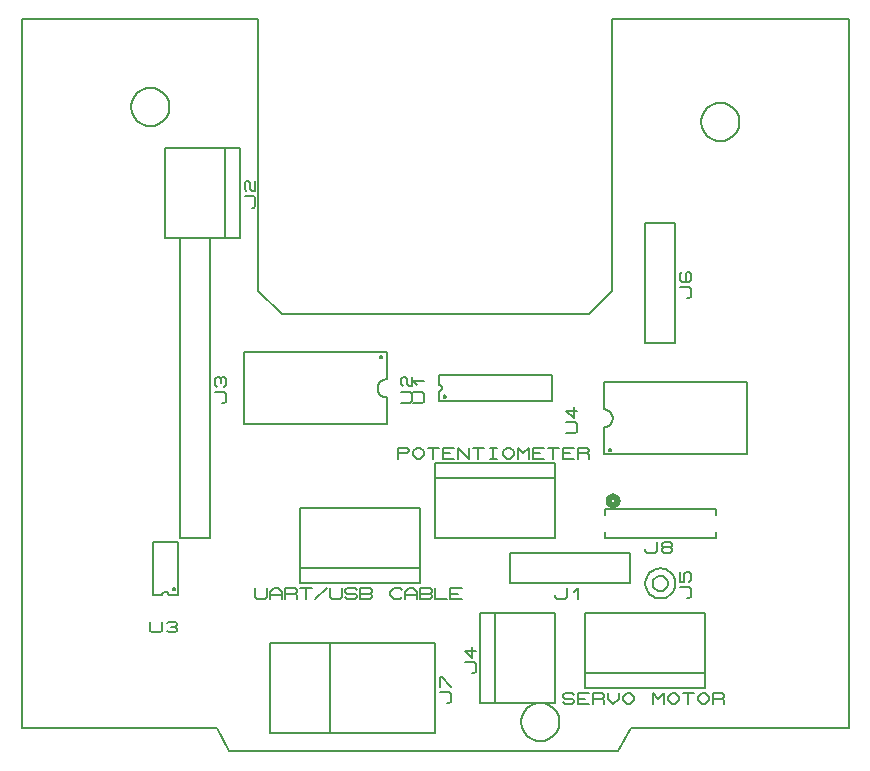
<source format=gbr>
G04 PROTEUS GERBER X2 FILE*
%TF.GenerationSoftware,Labcenter,Proteus,8.12-SP2-Build31155*%
%TF.CreationDate,2024-12-02T21:26:45+00:00*%
%TF.FileFunction,Legend,Top*%
%TF.FilePolarity,Positive*%
%TF.Part,Single*%
%TF.SameCoordinates,{72233389-6efe-41d5-b27f-3128bedcde57}*%
%FSLAX45Y45*%
%MOMM*%
G01*
%TA.AperFunction,Profile*%
%ADD71C,0.203200*%
%TA.AperFunction,Material*%
%ADD23C,0.203200*%
%ADD24C,0.508000*%
%ADD25C,0.152400*%
%TD.AperFunction*%
D71*
X+0Y+0D02*
X+1650000Y+0D01*
X+7000000Y+0D02*
X+7000000Y+6000000D01*
X+5000000Y+6000000D01*
X+5000000Y+3700000D01*
X+4800000Y+3500000D01*
X+2200000Y+3500000D01*
X+2000000Y+3700000D02*
X+2000000Y+6000000D01*
X+0Y+6000000D01*
X+0Y+0D01*
X+2000000Y+3700000D02*
X+2200000Y+3500000D01*
X+5160000Y+0D02*
X+7000000Y+0D01*
X+1750000Y-200000D02*
X+5050000Y-200000D01*
X+1650000Y+0D02*
X+1750000Y-200000D01*
X+5160000Y+0D02*
X+5050000Y-200000D01*
X+4550045Y+50000D02*
X+4549508Y+63142D01*
X+4545144Y+89427D01*
X+4536029Y+115712D01*
X+4521182Y+141997D01*
X+4498470Y+168118D01*
X+4472185Y+187898D01*
X+4445900Y+200658D01*
X+4419615Y+208108D01*
X+4393330Y+210987D01*
X+4389000Y+211045D01*
X+4227955Y+50000D02*
X+4228492Y+63142D01*
X+4232856Y+89427D01*
X+4241971Y+115712D01*
X+4256818Y+141997D01*
X+4279530Y+168118D01*
X+4305815Y+187898D01*
X+4332100Y+200658D01*
X+4358385Y+208108D01*
X+4384670Y+210987D01*
X+4389000Y+211045D01*
X+4227955Y+50000D02*
X+4228492Y+36858D01*
X+4232856Y+10573D01*
X+4241971Y-15712D01*
X+4256818Y-41997D01*
X+4279530Y-68118D01*
X+4305815Y-87898D01*
X+4332100Y-100658D01*
X+4358385Y-108108D01*
X+4384670Y-110987D01*
X+4389000Y-111045D01*
X+4550045Y+50000D02*
X+4549508Y+36858D01*
X+4545144Y+10573D01*
X+4536029Y-15712D01*
X+4521182Y-41997D01*
X+4498470Y-68118D01*
X+4472185Y-87898D01*
X+4445900Y-100658D01*
X+4419615Y-108108D01*
X+4393330Y-110987D01*
X+4389000Y-111045D01*
X+6074045Y+5130000D02*
X+6073508Y+5143142D01*
X+6069144Y+5169427D01*
X+6060029Y+5195712D01*
X+6045182Y+5221997D01*
X+6022470Y+5248118D01*
X+5996185Y+5267898D01*
X+5969900Y+5280658D01*
X+5943615Y+5288108D01*
X+5917330Y+5290987D01*
X+5913000Y+5291045D01*
X+5751955Y+5130000D02*
X+5752492Y+5143142D01*
X+5756856Y+5169427D01*
X+5765971Y+5195712D01*
X+5780818Y+5221997D01*
X+5803530Y+5248118D01*
X+5829815Y+5267898D01*
X+5856100Y+5280658D01*
X+5882385Y+5288108D01*
X+5908670Y+5290987D01*
X+5913000Y+5291045D01*
X+5751955Y+5130000D02*
X+5752492Y+5116858D01*
X+5756856Y+5090573D01*
X+5765971Y+5064288D01*
X+5780818Y+5038003D01*
X+5803530Y+5011882D01*
X+5829815Y+4992102D01*
X+5856100Y+4979342D01*
X+5882385Y+4971892D01*
X+5908670Y+4969013D01*
X+5913000Y+4968955D01*
X+6074045Y+5130000D02*
X+6073508Y+5116858D01*
X+6069144Y+5090573D01*
X+6060029Y+5064288D01*
X+6045182Y+5038003D01*
X+6022470Y+5011882D01*
X+5996185Y+4992102D01*
X+5969900Y+4979342D01*
X+5943615Y+4971892D01*
X+5917330Y+4969013D01*
X+5913000Y+4968955D01*
X+1248045Y+5257000D02*
X+1247508Y+5270142D01*
X+1243144Y+5296427D01*
X+1234029Y+5322712D01*
X+1219182Y+5348997D01*
X+1196470Y+5375118D01*
X+1170185Y+5394898D01*
X+1143900Y+5407658D01*
X+1117615Y+5415108D01*
X+1091330Y+5417987D01*
X+1087000Y+5418045D01*
X+925955Y+5257000D02*
X+926492Y+5270142D01*
X+930856Y+5296427D01*
X+939971Y+5322712D01*
X+954818Y+5348997D01*
X+977530Y+5375118D01*
X+1003815Y+5394898D01*
X+1030100Y+5407658D01*
X+1056385Y+5415108D01*
X+1082670Y+5417987D01*
X+1087000Y+5418045D01*
X+925955Y+5257000D02*
X+926492Y+5243858D01*
X+930856Y+5217573D01*
X+939971Y+5191288D01*
X+954818Y+5165003D01*
X+977530Y+5138882D01*
X+1003815Y+5119102D01*
X+1030100Y+5106342D01*
X+1056385Y+5098892D01*
X+1082670Y+5096013D01*
X+1087000Y+5095955D01*
X+1248045Y+5257000D02*
X+1247508Y+5243858D01*
X+1243144Y+5217573D01*
X+1234029Y+5191288D01*
X+1219182Y+5165003D01*
X+1196470Y+5138882D01*
X+1170185Y+5119102D01*
X+1143900Y+5106342D01*
X+1117615Y+5098892D01*
X+1091330Y+5096013D01*
X+1087000Y+5095955D01*
D23*
X+3088520Y+3177800D02*
X+3088520Y+2949200D01*
X+3058531Y+2943321D01*
X+3034346Y+2927173D01*
X+3018199Y+2902989D01*
X+3012320Y+2873000D01*
X+3088520Y+2796800D02*
X+3058531Y+2802679D01*
X+3034346Y+2818827D01*
X+3018199Y+2843011D01*
X+3012320Y+2873000D01*
X+3088520Y+2796800D02*
X+3088520Y+2568200D01*
X+1879480Y+3101600D02*
X+1879480Y+2644400D01*
X+3055500Y+3177800D02*
X+1912500Y+3177800D01*
X+3055500Y+2568200D02*
X+1912500Y+2568200D01*
X+3055500Y+3177800D02*
X+3088520Y+3177800D01*
X+3088520Y+2568200D02*
X+3055500Y+2568200D01*
X+1879480Y+2644400D02*
X+1879480Y+2568200D01*
X+1912500Y+2568200D01*
X+1912500Y+3177800D02*
X+1879480Y+3177800D01*
X+1879480Y+3101600D01*
X+3049404Y+3142240D02*
X+3049369Y+3143085D01*
X+3049082Y+3144776D01*
X+3048483Y+3146467D01*
X+3047503Y+3148158D01*
X+3046003Y+3149826D01*
X+3044312Y+3151046D01*
X+3042621Y+3151822D01*
X+3040930Y+3152259D01*
X+3039244Y+3152400D01*
X+3029084Y+3142240D02*
X+3029119Y+3143085D01*
X+3029406Y+3144776D01*
X+3030005Y+3146467D01*
X+3030985Y+3148158D01*
X+3032485Y+3149826D01*
X+3034176Y+3151046D01*
X+3035867Y+3151822D01*
X+3037558Y+3152259D01*
X+3039244Y+3152400D01*
X+3029084Y+3142240D02*
X+3029119Y+3141395D01*
X+3029406Y+3139704D01*
X+3030005Y+3138013D01*
X+3030985Y+3136322D01*
X+3032485Y+3134654D01*
X+3034176Y+3133434D01*
X+3035867Y+3132658D01*
X+3037558Y+3132221D01*
X+3039244Y+3132080D01*
X+3049404Y+3142240D02*
X+3049369Y+3141395D01*
X+3049082Y+3139704D01*
X+3048483Y+3138013D01*
X+3047503Y+3136322D01*
X+3046003Y+3134654D01*
X+3044312Y+3133434D01*
X+3042621Y+3132658D01*
X+3040930Y+3132221D01*
X+3039244Y+3132080D01*
X+3314580Y+2746000D02*
X+3390780Y+2746000D01*
X+3406020Y+2761875D01*
X+3406020Y+2825375D01*
X+3390780Y+2841250D01*
X+3314580Y+2841250D01*
X+3345060Y+2904750D02*
X+3314580Y+2936500D01*
X+3406020Y+2936500D01*
X+4927480Y+2314200D02*
X+4927480Y+2542800D01*
X+4957469Y+2548679D01*
X+4981654Y+2564827D01*
X+4997801Y+2589011D01*
X+5003680Y+2619000D01*
X+4927480Y+2695200D02*
X+4957469Y+2689321D01*
X+4981654Y+2673173D01*
X+4997801Y+2648989D01*
X+5003680Y+2619000D01*
X+4927480Y+2695200D02*
X+4927480Y+2923800D01*
X+6136520Y+2390400D02*
X+6136520Y+2847600D01*
X+4960500Y+2314200D02*
X+6103500Y+2314200D01*
X+4960500Y+2923800D02*
X+6103500Y+2923800D01*
X+4960500Y+2314200D02*
X+4927480Y+2314200D01*
X+4927480Y+2923800D02*
X+4960500Y+2923800D01*
X+6136520Y+2847600D02*
X+6136520Y+2923800D01*
X+6103500Y+2923800D01*
X+6103500Y+2314200D02*
X+6136520Y+2314200D01*
X+6136520Y+2390400D01*
X+4986916Y+2349760D02*
X+4986881Y+2350605D01*
X+4986594Y+2352296D01*
X+4985995Y+2353987D01*
X+4985015Y+2355678D01*
X+4983515Y+2357346D01*
X+4981824Y+2358566D01*
X+4980133Y+2359342D01*
X+4978442Y+2359779D01*
X+4976756Y+2359920D01*
X+4966596Y+2349760D02*
X+4966631Y+2350605D01*
X+4966918Y+2352296D01*
X+4967517Y+2353987D01*
X+4968497Y+2355678D01*
X+4969997Y+2357346D01*
X+4971688Y+2358566D01*
X+4973379Y+2359342D01*
X+4975070Y+2359779D01*
X+4976756Y+2359920D01*
X+4966596Y+2349760D02*
X+4966631Y+2348915D01*
X+4966918Y+2347224D01*
X+4967517Y+2345533D01*
X+4968497Y+2343842D01*
X+4969997Y+2342174D01*
X+4971688Y+2340954D01*
X+4973379Y+2340178D01*
X+4975070Y+2339741D01*
X+4976756Y+2339600D01*
X+4986916Y+2349760D02*
X+4986881Y+2348915D01*
X+4986594Y+2347224D01*
X+4985995Y+2345533D01*
X+4985015Y+2343842D01*
X+4983515Y+2342174D01*
X+4981824Y+2340954D01*
X+4980133Y+2340178D01*
X+4978442Y+2339741D01*
X+4976756Y+2339600D01*
X+4609980Y+2492000D02*
X+4686180Y+2492000D01*
X+4701420Y+2507875D01*
X+4701420Y+2571375D01*
X+4686180Y+2587250D01*
X+4609980Y+2587250D01*
X+4670940Y+2714250D02*
X+4670940Y+2619000D01*
X+4609980Y+2682500D01*
X+4701420Y+2682500D01*
X+3500000Y+1603000D02*
X+4516000Y+1603000D01*
X+4516000Y+2238000D01*
X+3500000Y+2238000D01*
X+3500000Y+1603000D01*
X+3500000Y+2111000D02*
X+4516000Y+2111000D01*
X+3182500Y+2278640D02*
X+3182500Y+2370080D01*
X+3261875Y+2370080D01*
X+3277750Y+2354840D01*
X+3277750Y+2339600D01*
X+3261875Y+2324360D01*
X+3182500Y+2324360D01*
X+3309500Y+2339600D02*
X+3341250Y+2370080D01*
X+3373000Y+2370080D01*
X+3404750Y+2339600D01*
X+3404750Y+2309120D01*
X+3373000Y+2278640D01*
X+3341250Y+2278640D01*
X+3309500Y+2309120D01*
X+3309500Y+2339600D01*
X+3436500Y+2370080D02*
X+3531750Y+2370080D01*
X+3484125Y+2370080D02*
X+3484125Y+2278640D01*
X+3658750Y+2278640D02*
X+3563500Y+2278640D01*
X+3563500Y+2370080D01*
X+3658750Y+2370080D01*
X+3563500Y+2324360D02*
X+3627000Y+2324360D01*
X+3690500Y+2278640D02*
X+3690500Y+2370080D01*
X+3785750Y+2278640D01*
X+3785750Y+2370080D01*
X+3817500Y+2370080D02*
X+3912750Y+2370080D01*
X+3865125Y+2370080D02*
X+3865125Y+2278640D01*
X+3960375Y+2370080D02*
X+4023875Y+2370080D01*
X+3992125Y+2370080D02*
X+3992125Y+2278640D01*
X+3960375Y+2278640D02*
X+4023875Y+2278640D01*
X+4071500Y+2339600D02*
X+4103250Y+2370080D01*
X+4135000Y+2370080D01*
X+4166750Y+2339600D01*
X+4166750Y+2309120D01*
X+4135000Y+2278640D01*
X+4103250Y+2278640D01*
X+4071500Y+2309120D01*
X+4071500Y+2339600D01*
X+4198500Y+2278640D02*
X+4198500Y+2370080D01*
X+4246125Y+2324360D01*
X+4293750Y+2370080D01*
X+4293750Y+2278640D01*
X+4420750Y+2278640D02*
X+4325500Y+2278640D01*
X+4325500Y+2370080D01*
X+4420750Y+2370080D01*
X+4325500Y+2324360D02*
X+4389000Y+2324360D01*
X+4452500Y+2370080D02*
X+4547750Y+2370080D01*
X+4500125Y+2370080D02*
X+4500125Y+2278640D01*
X+4674750Y+2278640D02*
X+4579500Y+2278640D01*
X+4579500Y+2370080D01*
X+4674750Y+2370080D01*
X+4579500Y+2324360D02*
X+4643000Y+2324360D01*
X+4706500Y+2278640D02*
X+4706500Y+2370080D01*
X+4785875Y+2370080D01*
X+4801750Y+2354840D01*
X+4801750Y+2339600D01*
X+4785875Y+2324360D01*
X+4706500Y+2324360D01*
X+4785875Y+2324360D02*
X+4801750Y+2309120D01*
X+4801750Y+2278640D01*
X+2103000Y-48000D02*
X+3500000Y-48000D01*
X+3500000Y+714000D01*
X+2103000Y+714000D01*
X+2103000Y-48000D01*
X+2611000Y+714000D02*
X+2611000Y-48000D01*
X+3601600Y+206000D02*
X+3616840Y+206000D01*
X+3632080Y+221875D01*
X+3632080Y+285375D01*
X+3616840Y+301250D01*
X+3540640Y+301250D01*
X+3540640Y+348875D02*
X+3540640Y+428250D01*
X+3555880Y+428250D01*
X+3632080Y+348875D01*
D24*
X+5043100Y+1920500D02*
X+5042969Y+1923658D01*
X+5041903Y+1929976D01*
X+5039672Y+1936294D01*
X+5036027Y+1942612D01*
X+5030452Y+1948851D01*
X+5024134Y+1953447D01*
X+5017816Y+1956380D01*
X+5011498Y+1958042D01*
X+5005180Y+1958600D01*
X+5005000Y+1958600D01*
X+4966900Y+1920500D02*
X+4967031Y+1923658D01*
X+4968097Y+1929976D01*
X+4970328Y+1936294D01*
X+4973973Y+1942612D01*
X+4979548Y+1948851D01*
X+4985866Y+1953447D01*
X+4992184Y+1956380D01*
X+4998502Y+1958042D01*
X+5004820Y+1958600D01*
X+5005000Y+1958600D01*
X+4966900Y+1920500D02*
X+4967031Y+1917342D01*
X+4968097Y+1911024D01*
X+4970328Y+1904706D01*
X+4973973Y+1898388D01*
X+4979548Y+1892149D01*
X+4985866Y+1887553D01*
X+4992184Y+1884620D01*
X+4998502Y+1882958D01*
X+5004820Y+1882400D01*
X+5005000Y+1882400D01*
X+5043100Y+1920500D02*
X+5042969Y+1917342D01*
X+5041903Y+1911024D01*
X+5039672Y+1904706D01*
X+5036027Y+1898388D01*
X+5030452Y+1892149D01*
X+5024134Y+1887553D01*
X+5017816Y+1884620D01*
X+5011498Y+1882958D01*
X+5005180Y+1882400D01*
X+5005000Y+1882400D01*
D25*
X+5874850Y+1849380D02*
X+4935150Y+1849380D01*
X+4935150Y+1805865D01*
X+4935150Y+1610620D02*
X+5874850Y+1610620D01*
X+5874850Y+1654135D01*
X+5874850Y+1805865D02*
X+5874850Y+1849380D01*
X+4935150Y+1654135D02*
X+4935150Y+1610620D01*
D23*
X+5278000Y+1511560D02*
X+5278000Y+1496320D01*
X+5293875Y+1481080D01*
X+5357375Y+1481080D01*
X+5373250Y+1496320D01*
X+5373250Y+1572520D01*
X+5436750Y+1526800D02*
X+5420875Y+1542040D01*
X+5420875Y+1557280D01*
X+5436750Y+1572520D01*
X+5484375Y+1572520D01*
X+5500250Y+1557280D01*
X+5500250Y+1542040D01*
X+5484375Y+1526800D01*
X+5436750Y+1526800D01*
X+5420875Y+1511560D01*
X+5420875Y+1496320D01*
X+5436750Y+1481080D01*
X+5484375Y+1481080D01*
X+5500250Y+1496320D01*
X+5500250Y+1511560D01*
X+5484375Y+1526800D01*
X+4135000Y+1222000D02*
X+5151000Y+1222000D01*
X+5151000Y+1476000D01*
X+4135000Y+1476000D01*
X+4135000Y+1222000D01*
X+4516000Y+1120400D02*
X+4516000Y+1105160D01*
X+4531875Y+1089920D01*
X+4595375Y+1089920D01*
X+4611250Y+1105160D01*
X+4611250Y+1181360D01*
X+4674750Y+1150880D02*
X+4706500Y+1181360D01*
X+4706500Y+1089920D01*
X+1341000Y+1603000D02*
X+1595000Y+1603000D01*
X+1595000Y+4143000D01*
X+1341000Y+4143000D01*
X+1341000Y+1603000D01*
X+1696600Y+2746000D02*
X+1711840Y+2746000D01*
X+1727080Y+2761875D01*
X+1727080Y+2825375D01*
X+1711840Y+2841250D01*
X+1635640Y+2841250D01*
X+1650880Y+2888875D02*
X+1635640Y+2904750D01*
X+1635640Y+2952375D01*
X+1650880Y+2968250D01*
X+1666120Y+2968250D01*
X+1681360Y+2952375D01*
X+1696600Y+2968250D01*
X+1711840Y+2968250D01*
X+1727080Y+2952375D01*
X+1727080Y+2904750D01*
X+1711840Y+2888875D01*
X+1681360Y+2920625D02*
X+1681360Y+2952375D01*
X+4770000Y+333000D02*
X+5786000Y+333000D01*
X+5786000Y+968000D01*
X+4770000Y+968000D01*
X+4770000Y+333000D01*
X+5786000Y+460000D02*
X+4770000Y+460000D01*
X+4579500Y+216160D02*
X+4595375Y+200920D01*
X+4658875Y+200920D01*
X+4674750Y+216160D01*
X+4674750Y+231400D01*
X+4658875Y+246640D01*
X+4595375Y+246640D01*
X+4579500Y+261880D01*
X+4579500Y+277120D01*
X+4595375Y+292360D01*
X+4658875Y+292360D01*
X+4674750Y+277120D01*
X+4801750Y+200920D02*
X+4706500Y+200920D01*
X+4706500Y+292360D01*
X+4801750Y+292360D01*
X+4706500Y+246640D02*
X+4770000Y+246640D01*
X+4833500Y+200920D02*
X+4833500Y+292360D01*
X+4912875Y+292360D01*
X+4928750Y+277120D01*
X+4928750Y+261880D01*
X+4912875Y+246640D01*
X+4833500Y+246640D01*
X+4912875Y+246640D02*
X+4928750Y+231400D01*
X+4928750Y+200920D01*
X+4960500Y+292360D02*
X+4960500Y+246640D01*
X+5008125Y+200920D01*
X+5055750Y+246640D01*
X+5055750Y+292360D01*
X+5087500Y+261880D02*
X+5119250Y+292360D01*
X+5151000Y+292360D01*
X+5182750Y+261880D01*
X+5182750Y+231400D01*
X+5151000Y+200920D01*
X+5119250Y+200920D01*
X+5087500Y+231400D01*
X+5087500Y+261880D01*
X+5341500Y+200920D02*
X+5341500Y+292360D01*
X+5389125Y+246640D01*
X+5436750Y+292360D01*
X+5436750Y+200920D01*
X+5468500Y+261880D02*
X+5500250Y+292360D01*
X+5532000Y+292360D01*
X+5563750Y+261880D01*
X+5563750Y+231400D01*
X+5532000Y+200920D01*
X+5500250Y+200920D01*
X+5468500Y+231400D01*
X+5468500Y+261880D01*
X+5595500Y+292360D02*
X+5690750Y+292360D01*
X+5643125Y+292360D02*
X+5643125Y+200920D01*
X+5722500Y+261880D02*
X+5754250Y+292360D01*
X+5786000Y+292360D01*
X+5817750Y+261880D01*
X+5817750Y+231400D01*
X+5786000Y+200920D01*
X+5754250Y+200920D01*
X+5722500Y+231400D01*
X+5722500Y+261880D01*
X+5849500Y+200920D02*
X+5849500Y+292360D01*
X+5928875Y+292360D01*
X+5944750Y+277120D01*
X+5944750Y+261880D01*
X+5928875Y+246640D01*
X+5849500Y+246640D01*
X+5928875Y+246640D02*
X+5944750Y+231400D01*
X+5944750Y+200920D01*
X+3881000Y+206000D02*
X+4516000Y+206000D01*
X+4516000Y+968000D01*
X+3881000Y+968000D01*
X+3881000Y+206000D01*
X+4008000Y+206000D02*
X+4008000Y+968000D01*
X+3809880Y+460000D02*
X+3825120Y+460000D01*
X+3840360Y+475875D01*
X+3840360Y+539375D01*
X+3825120Y+555250D01*
X+3748920Y+555250D01*
X+3809880Y+682250D02*
X+3809880Y+587000D01*
X+3748920Y+650500D01*
X+3840360Y+650500D01*
X+2357000Y+1222000D02*
X+3373000Y+1222000D01*
X+3373000Y+1857000D01*
X+2357000Y+1857000D01*
X+2357000Y+1222000D01*
X+3373000Y+1349000D02*
X+2357000Y+1349000D01*
X+1976000Y+1181360D02*
X+1976000Y+1105160D01*
X+1991875Y+1089920D01*
X+2055375Y+1089920D01*
X+2071250Y+1105160D01*
X+2071250Y+1181360D01*
X+2103000Y+1089920D02*
X+2103000Y+1150880D01*
X+2134750Y+1181360D01*
X+2166500Y+1181360D01*
X+2198250Y+1150880D01*
X+2198250Y+1089920D01*
X+2103000Y+1120400D02*
X+2198250Y+1120400D01*
X+2230000Y+1089920D02*
X+2230000Y+1181360D01*
X+2309375Y+1181360D01*
X+2325250Y+1166120D01*
X+2325250Y+1150880D01*
X+2309375Y+1135640D01*
X+2230000Y+1135640D01*
X+2309375Y+1135640D02*
X+2325250Y+1120400D01*
X+2325250Y+1089920D01*
X+2357000Y+1181360D02*
X+2452250Y+1181360D01*
X+2404625Y+1181360D02*
X+2404625Y+1089920D01*
X+2579250Y+1181360D02*
X+2484000Y+1089920D01*
X+2611000Y+1181360D02*
X+2611000Y+1105160D01*
X+2626875Y+1089920D01*
X+2690375Y+1089920D01*
X+2706250Y+1105160D01*
X+2706250Y+1181360D01*
X+2738000Y+1105160D02*
X+2753875Y+1089920D01*
X+2817375Y+1089920D01*
X+2833250Y+1105160D01*
X+2833250Y+1120400D01*
X+2817375Y+1135640D01*
X+2753875Y+1135640D01*
X+2738000Y+1150880D01*
X+2738000Y+1166120D01*
X+2753875Y+1181360D01*
X+2817375Y+1181360D01*
X+2833250Y+1166120D01*
X+2865000Y+1089920D02*
X+2865000Y+1181360D01*
X+2944375Y+1181360D01*
X+2960250Y+1166120D01*
X+2960250Y+1150880D01*
X+2944375Y+1135640D01*
X+2960250Y+1120400D01*
X+2960250Y+1105160D01*
X+2944375Y+1089920D01*
X+2865000Y+1089920D01*
X+2865000Y+1135640D02*
X+2944375Y+1135640D01*
X+3214250Y+1105160D02*
X+3198375Y+1089920D01*
X+3150750Y+1089920D01*
X+3119000Y+1120400D01*
X+3119000Y+1150880D01*
X+3150750Y+1181360D01*
X+3198375Y+1181360D01*
X+3214250Y+1166120D01*
X+3246000Y+1089920D02*
X+3246000Y+1150880D01*
X+3277750Y+1181360D01*
X+3309500Y+1181360D01*
X+3341250Y+1150880D01*
X+3341250Y+1089920D01*
X+3246000Y+1120400D02*
X+3341250Y+1120400D01*
X+3373000Y+1089920D02*
X+3373000Y+1181360D01*
X+3452375Y+1181360D01*
X+3468250Y+1166120D01*
X+3468250Y+1150880D01*
X+3452375Y+1135640D01*
X+3468250Y+1120400D01*
X+3468250Y+1105160D01*
X+3452375Y+1089920D01*
X+3373000Y+1089920D01*
X+3373000Y+1135640D02*
X+3452375Y+1135640D01*
X+3500000Y+1181360D02*
X+3500000Y+1089920D01*
X+3595250Y+1089920D01*
X+3722250Y+1089920D02*
X+3627000Y+1089920D01*
X+3627000Y+1181360D01*
X+3722250Y+1181360D01*
X+3627000Y+1135640D02*
X+3690500Y+1135640D01*
X+3530480Y+2769050D02*
X+3530480Y+2850012D01*
X+3541101Y+2852094D01*
X+3549667Y+2857814D01*
X+3555386Y+2866379D01*
X+3557468Y+2877000D01*
X+3530480Y+2903988D02*
X+3541101Y+2901906D01*
X+3549667Y+2896186D01*
X+3555386Y+2887621D01*
X+3557468Y+2877000D01*
X+3530480Y+2903988D02*
X+3530480Y+2984950D01*
X+4485520Y+2845250D02*
X+4485520Y+2908750D01*
X+3563500Y+2769050D02*
X+4452500Y+2769050D01*
X+3563500Y+2984950D02*
X+4452500Y+2984950D01*
X+3563500Y+2769050D02*
X+3530480Y+2769050D01*
X+3530480Y+2984950D02*
X+3563500Y+2984950D01*
X+4485520Y+2908750D02*
X+4485520Y+2984950D01*
X+4452500Y+2984950D01*
X+4452500Y+2769050D02*
X+4485520Y+2769050D01*
X+4485520Y+2845250D01*
X+3589916Y+2804610D02*
X+3589881Y+2805455D01*
X+3589594Y+2807146D01*
X+3588995Y+2808837D01*
X+3588015Y+2810528D01*
X+3586515Y+2812196D01*
X+3584824Y+2813416D01*
X+3583133Y+2814192D01*
X+3581442Y+2814629D01*
X+3579756Y+2814770D01*
X+3569596Y+2804610D02*
X+3569631Y+2805455D01*
X+3569918Y+2807146D01*
X+3570517Y+2808837D01*
X+3571497Y+2810528D01*
X+3572997Y+2812196D01*
X+3574688Y+2813416D01*
X+3576379Y+2814192D01*
X+3578070Y+2814629D01*
X+3579756Y+2814770D01*
X+3569596Y+2804610D02*
X+3569631Y+2803765D01*
X+3569918Y+2802074D01*
X+3570517Y+2800383D01*
X+3571497Y+2798692D01*
X+3572997Y+2797024D01*
X+3574688Y+2795804D01*
X+3576379Y+2795028D01*
X+3578070Y+2794591D01*
X+3579756Y+2794450D01*
X+3589916Y+2804610D02*
X+3589881Y+2803765D01*
X+3589594Y+2802074D01*
X+3588995Y+2800383D01*
X+3588015Y+2798692D01*
X+3586515Y+2797024D01*
X+3584824Y+2795804D01*
X+3583133Y+2795028D01*
X+3581442Y+2794591D01*
X+3579756Y+2794450D01*
X+3212980Y+2750000D02*
X+3289180Y+2750000D01*
X+3304420Y+2765875D01*
X+3304420Y+2829375D01*
X+3289180Y+2845250D01*
X+3212980Y+2845250D01*
X+3228220Y+2892875D02*
X+3212980Y+2908750D01*
X+3212980Y+2956375D01*
X+3228220Y+2972250D01*
X+3243460Y+2972250D01*
X+3258700Y+2956375D01*
X+3258700Y+2908750D01*
X+3273940Y+2892875D01*
X+3304420Y+2892875D01*
X+3304420Y+2972250D01*
X+5532000Y+1222000D02*
X+5531573Y+1232409D01*
X+5528101Y+1253228D01*
X+5520845Y+1274047D01*
X+5509017Y+1294866D01*
X+5490920Y+1315524D01*
X+5470101Y+1331045D01*
X+5449282Y+1341030D01*
X+5428463Y+1346814D01*
X+5407644Y+1348972D01*
X+5405000Y+1349000D01*
X+5278000Y+1222000D02*
X+5278427Y+1232409D01*
X+5281899Y+1253228D01*
X+5289155Y+1274047D01*
X+5300983Y+1294866D01*
X+5319080Y+1315524D01*
X+5339899Y+1331045D01*
X+5360718Y+1341030D01*
X+5381537Y+1346814D01*
X+5402356Y+1348972D01*
X+5405000Y+1349000D01*
X+5278000Y+1222000D02*
X+5278427Y+1211591D01*
X+5281899Y+1190772D01*
X+5289155Y+1169953D01*
X+5300983Y+1149134D01*
X+5319080Y+1128476D01*
X+5339899Y+1112955D01*
X+5360718Y+1102970D01*
X+5381537Y+1097186D01*
X+5402356Y+1095028D01*
X+5405000Y+1095000D01*
X+5532000Y+1222000D02*
X+5531573Y+1211591D01*
X+5528101Y+1190772D01*
X+5520845Y+1169953D01*
X+5509017Y+1149134D01*
X+5490920Y+1128476D01*
X+5470101Y+1112955D01*
X+5449282Y+1102970D01*
X+5428463Y+1097186D01*
X+5407644Y+1095028D01*
X+5405000Y+1095000D01*
X+5468500Y+1222000D02*
X+5468283Y+1227247D01*
X+5466518Y+1237742D01*
X+5462826Y+1248237D01*
X+5456798Y+1258732D01*
X+5447576Y+1269112D01*
X+5437081Y+1276800D01*
X+5426586Y+1281718D01*
X+5416091Y+1284524D01*
X+5405596Y+1285497D01*
X+5405000Y+1285500D01*
X+5341500Y+1222000D02*
X+5341717Y+1227247D01*
X+5343482Y+1237742D01*
X+5347174Y+1248237D01*
X+5353202Y+1258732D01*
X+5362424Y+1269112D01*
X+5372919Y+1276800D01*
X+5383414Y+1281718D01*
X+5393909Y+1284524D01*
X+5404404Y+1285497D01*
X+5405000Y+1285500D01*
X+5341500Y+1222000D02*
X+5341717Y+1216753D01*
X+5343482Y+1206258D01*
X+5347174Y+1195763D01*
X+5353202Y+1185268D01*
X+5362424Y+1174888D01*
X+5372919Y+1167200D01*
X+5383414Y+1162282D01*
X+5393909Y+1159476D01*
X+5404404Y+1158503D01*
X+5405000Y+1158500D01*
X+5468500Y+1222000D02*
X+5468283Y+1216753D01*
X+5466518Y+1206258D01*
X+5462826Y+1195763D01*
X+5456798Y+1185268D01*
X+5447576Y+1174888D01*
X+5437081Y+1167200D01*
X+5426586Y+1162282D01*
X+5416091Y+1159476D01*
X+5405596Y+1158503D01*
X+5405000Y+1158500D01*
X+5633600Y+1095000D02*
X+5648840Y+1095000D01*
X+5664080Y+1110875D01*
X+5664080Y+1174375D01*
X+5648840Y+1190250D01*
X+5572640Y+1190250D01*
X+5572640Y+1317250D02*
X+5572640Y+1237875D01*
X+5603120Y+1237875D01*
X+5603120Y+1301375D01*
X+5618360Y+1317250D01*
X+5648840Y+1317250D01*
X+5664080Y+1301375D01*
X+5664080Y+1253750D01*
X+5648840Y+1237875D01*
X+1210000Y+4151000D02*
X+1845000Y+4151000D01*
X+1845000Y+4913000D01*
X+1210000Y+4913000D01*
X+1210000Y+4151000D01*
X+1718000Y+4913000D02*
X+1718000Y+4151000D01*
X+1946600Y+4405000D02*
X+1961840Y+4405000D01*
X+1977080Y+4420875D01*
X+1977080Y+4484375D01*
X+1961840Y+4500250D01*
X+1885640Y+4500250D01*
X+1900880Y+4547875D02*
X+1885640Y+4563750D01*
X+1885640Y+4611375D01*
X+1900880Y+4627250D01*
X+1916120Y+4627250D01*
X+1931360Y+4611375D01*
X+1931360Y+4563750D01*
X+1946600Y+4547875D01*
X+1977080Y+4547875D01*
X+1977080Y+4627250D01*
X+1321950Y+1125480D02*
X+1240988Y+1125480D01*
X+1238906Y+1136101D01*
X+1233186Y+1144667D01*
X+1224621Y+1150386D01*
X+1214000Y+1152468D01*
X+1187012Y+1125480D02*
X+1189094Y+1136101D01*
X+1194814Y+1144667D01*
X+1203379Y+1150386D01*
X+1214000Y+1152468D01*
X+1187012Y+1125480D02*
X+1106050Y+1125480D01*
X+1245750Y+1572520D02*
X+1182250Y+1572520D01*
X+1321950Y+1158500D02*
X+1321950Y+1539500D01*
X+1106050Y+1158500D02*
X+1106050Y+1539500D01*
X+1321950Y+1158500D02*
X+1321950Y+1125480D01*
X+1106050Y+1125480D02*
X+1106050Y+1158500D01*
X+1182250Y+1572520D02*
X+1106050Y+1572520D01*
X+1106050Y+1539500D01*
X+1321950Y+1539500D02*
X+1321950Y+1572520D01*
X+1245750Y+1572520D01*
X+1296550Y+1174756D02*
X+1296515Y+1175601D01*
X+1296228Y+1177292D01*
X+1295629Y+1178983D01*
X+1294649Y+1180674D01*
X+1293149Y+1182342D01*
X+1291458Y+1183562D01*
X+1289767Y+1184338D01*
X+1288076Y+1184775D01*
X+1286390Y+1184916D01*
X+1276230Y+1174756D02*
X+1276265Y+1175601D01*
X+1276552Y+1177292D01*
X+1277151Y+1178983D01*
X+1278131Y+1180674D01*
X+1279631Y+1182342D01*
X+1281322Y+1183562D01*
X+1283013Y+1184338D01*
X+1284704Y+1184775D01*
X+1286390Y+1184916D01*
X+1276230Y+1174756D02*
X+1276265Y+1173911D01*
X+1276552Y+1172220D01*
X+1277151Y+1170529D01*
X+1278131Y+1168838D01*
X+1279631Y+1167170D01*
X+1281322Y+1165950D01*
X+1283013Y+1165174D01*
X+1284704Y+1164737D01*
X+1286390Y+1164596D01*
X+1296550Y+1174756D02*
X+1296515Y+1173911D01*
X+1296228Y+1172220D01*
X+1295629Y+1170529D01*
X+1294649Y+1168838D01*
X+1293149Y+1167170D01*
X+1291458Y+1165950D01*
X+1289767Y+1165174D01*
X+1288076Y+1164737D01*
X+1286390Y+1164596D01*
X+1087000Y+899420D02*
X+1087000Y+823220D01*
X+1102875Y+807980D01*
X+1166375Y+807980D01*
X+1182250Y+823220D01*
X+1182250Y+899420D01*
X+1229875Y+884180D02*
X+1245750Y+899420D01*
X+1293375Y+899420D01*
X+1309250Y+884180D01*
X+1309250Y+868940D01*
X+1293375Y+853700D01*
X+1309250Y+838460D01*
X+1309250Y+823220D01*
X+1293375Y+807980D01*
X+1245750Y+807980D01*
X+1229875Y+823220D01*
X+1261625Y+853700D02*
X+1293375Y+853700D01*
X+5278000Y+3254000D02*
X+5532000Y+3254000D01*
X+5532000Y+4270000D01*
X+5278000Y+4270000D01*
X+5278000Y+3254000D01*
X+5633600Y+3635000D02*
X+5648840Y+3635000D01*
X+5664080Y+3650875D01*
X+5664080Y+3714375D01*
X+5648840Y+3730250D01*
X+5572640Y+3730250D01*
X+5587880Y+3857250D02*
X+5572640Y+3841375D01*
X+5572640Y+3793750D01*
X+5587880Y+3777875D01*
X+5648840Y+3777875D01*
X+5664080Y+3793750D01*
X+5664080Y+3841375D01*
X+5648840Y+3857250D01*
X+5633600Y+3857250D01*
X+5618360Y+3841375D01*
X+5618360Y+3777875D01*
M02*

</source>
